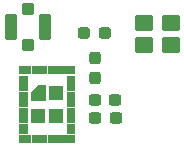
<source format=gbr>
%TF.GenerationSoftware,KiCad,Pcbnew,9.0.2*%
%TF.CreationDate,2025-06-09T01:03:38+02:00*%
%TF.ProjectId,WiFi_1YN,57694669-5f31-4594-9e2e-6b696361645f,rev?*%
%TF.SameCoordinates,Original*%
%TF.FileFunction,Soldermask,Top*%
%TF.FilePolarity,Negative*%
%FSLAX46Y46*%
G04 Gerber Fmt 4.6, Leading zero omitted, Abs format (unit mm)*
G04 Created by KiCad (PCBNEW 9.0.2) date 2025-06-09 01:03:38*
%MOMM*%
%LPD*%
G01*
G04 APERTURE LIST*
G04 Aperture macros list*
%AMRoundRect*
0 Rectangle with rounded corners*
0 $1 Rounding radius*
0 $2 $3 $4 $5 $6 $7 $8 $9 X,Y pos of 4 corners*
0 Add a 4 corners polygon primitive as box body*
4,1,4,$2,$3,$4,$5,$6,$7,$8,$9,$2,$3,0*
0 Add four circle primitives for the rounded corners*
1,1,$1+$1,$2,$3*
1,1,$1+$1,$4,$5*
1,1,$1+$1,$6,$7*
1,1,$1+$1,$8,$9*
0 Add four rect primitives between the rounded corners*
20,1,$1+$1,$2,$3,$4,$5,0*
20,1,$1+$1,$4,$5,$6,$7,0*
20,1,$1+$1,$6,$7,$8,$9,0*
20,1,$1+$1,$8,$9,$2,$3,0*%
G04 Aperture macros list end*
%ADD10C,0.010000*%
%ADD11RoundRect,0.105000X0.420000X0.995000X-0.420000X0.995000X-0.420000X-0.995000X0.420000X-0.995000X0*%
%ADD12RoundRect,0.100000X0.400000X0.400000X-0.400000X0.400000X-0.400000X-0.400000X0.400000X-0.400000X0*%
%ADD13RoundRect,0.102000X-0.500000X-0.500000X0.500000X-0.500000X0.500000X0.500000X-0.500000X0.500000X0*%
%ADD14RoundRect,0.237500X0.237500X-0.300000X0.237500X0.300000X-0.237500X0.300000X-0.237500X-0.300000X0*%
%ADD15RoundRect,0.237500X-0.300000X-0.237500X0.300000X-0.237500X0.300000X0.237500X-0.300000X0.237500X0*%
%ADD16RoundRect,0.237500X-0.287500X-0.237500X0.287500X-0.237500X0.287500X0.237500X-0.287500X0.237500X0*%
%ADD17RoundRect,0.102000X0.650000X0.550000X-0.650000X0.550000X-0.650000X-0.550000X0.650000X-0.550000X0*%
G04 APERTURE END LIST*
D10*
%TO.C,U1*%
X199400000Y-67900000D02*
X198925000Y-67900000D01*
X198925000Y-67300000D01*
X199400000Y-67300000D01*
X199400000Y-67900000D01*
G36*
X199400000Y-67900000D02*
G01*
X198925000Y-67900000D01*
X198925000Y-67300000D01*
X199400000Y-67300000D01*
X199400000Y-67900000D01*
G37*
X199525000Y-68450000D02*
X198925000Y-68450000D01*
X198925000Y-68100000D01*
X199525000Y-68100000D01*
X199525000Y-68450000D01*
G36*
X199525000Y-68450000D02*
G01*
X198925000Y-68450000D01*
X198925000Y-68100000D01*
X199525000Y-68100000D01*
X199525000Y-68450000D01*
G37*
X199525000Y-68900000D02*
X198925000Y-68900000D01*
X198925000Y-68550000D01*
X199525000Y-68550000D01*
X199525000Y-68900000D01*
G36*
X199525000Y-68900000D02*
G01*
X198925000Y-68900000D01*
X198925000Y-68550000D01*
X199525000Y-68550000D01*
X199525000Y-68900000D01*
G37*
X199525000Y-69350000D02*
X198925000Y-69350000D01*
X198925000Y-69000000D01*
X199525000Y-69000000D01*
X199525000Y-69350000D01*
G36*
X199525000Y-69350000D02*
G01*
X198925000Y-69350000D01*
X198925000Y-69000000D01*
X199525000Y-69000000D01*
X199525000Y-69350000D01*
G37*
X199525000Y-69800000D02*
X198925000Y-69800000D01*
X198925000Y-69450000D01*
X199525000Y-69450000D01*
X199525000Y-69800000D01*
G36*
X199525000Y-69800000D02*
G01*
X198925000Y-69800000D01*
X198925000Y-69450000D01*
X199525000Y-69450000D01*
X199525000Y-69800000D01*
G37*
X199525000Y-70250000D02*
X198925000Y-70250000D01*
X198925000Y-69900000D01*
X199525000Y-69900000D01*
X199525000Y-70250000D01*
G36*
X199525000Y-70250000D02*
G01*
X198925000Y-70250000D01*
X198925000Y-69900000D01*
X199525000Y-69900000D01*
X199525000Y-70250000D01*
G37*
X199525000Y-70700000D02*
X198925000Y-70700000D01*
X198925000Y-70350000D01*
X199525000Y-70350000D01*
X199525000Y-70700000D01*
G36*
X199525000Y-70700000D02*
G01*
X198925000Y-70700000D01*
X198925000Y-70350000D01*
X199525000Y-70350000D01*
X199525000Y-70700000D01*
G37*
X199525000Y-71150000D02*
X198925000Y-71150000D01*
X198925000Y-70800000D01*
X199525000Y-70800000D01*
X199525000Y-71150000D01*
G36*
X199525000Y-71150000D02*
G01*
X198925000Y-71150000D01*
X198925000Y-70800000D01*
X199525000Y-70800000D01*
X199525000Y-71150000D01*
G37*
X199525000Y-71600000D02*
X198925000Y-71600000D01*
X198925000Y-71250000D01*
X199525000Y-71250000D01*
X199525000Y-71600000D01*
G36*
X199525000Y-71600000D02*
G01*
X198925000Y-71600000D01*
X198925000Y-71250000D01*
X199525000Y-71250000D01*
X199525000Y-71600000D01*
G37*
X199525000Y-72050000D02*
X198925000Y-72050000D01*
X198925000Y-71700000D01*
X199525000Y-71700000D01*
X199525000Y-72050000D01*
G36*
X199525000Y-72050000D02*
G01*
X198925000Y-72050000D01*
X198925000Y-71700000D01*
X199525000Y-71700000D01*
X199525000Y-72050000D01*
G37*
X199525000Y-72500000D02*
X198925000Y-72500000D01*
X198925000Y-72150000D01*
X199525000Y-72150000D01*
X199525000Y-72500000D01*
G36*
X199525000Y-72500000D02*
G01*
X198925000Y-72500000D01*
X198925000Y-72150000D01*
X199525000Y-72150000D01*
X199525000Y-72500000D01*
G37*
X199525000Y-72950000D02*
X198925000Y-72950000D01*
X198925000Y-72600000D01*
X199525000Y-72600000D01*
X199525000Y-72950000D01*
G36*
X199525000Y-72950000D02*
G01*
X198925000Y-72950000D01*
X198925000Y-72600000D01*
X199525000Y-72600000D01*
X199525000Y-72950000D01*
G37*
X199400000Y-73750000D02*
X198925000Y-73750000D01*
X198925000Y-73150000D01*
X199400000Y-73150000D01*
X199400000Y-73750000D01*
G36*
X199400000Y-73750000D02*
G01*
X198925000Y-73750000D01*
X198925000Y-73150000D01*
X199400000Y-73150000D01*
X199400000Y-73750000D01*
G37*
X199850000Y-67900000D02*
X199500000Y-67900000D01*
X199500000Y-67300000D01*
X199850000Y-67300000D01*
X199850000Y-67900000D01*
G36*
X199850000Y-67900000D02*
G01*
X199500000Y-67900000D01*
X199500000Y-67300000D01*
X199850000Y-67300000D01*
X199850000Y-67900000D01*
G37*
X199850000Y-73750000D02*
X199500000Y-73750000D01*
X199500000Y-73150000D01*
X199850000Y-73150000D01*
X199850000Y-73750000D01*
G36*
X199850000Y-73750000D02*
G01*
X199500000Y-73750000D01*
X199500000Y-73150000D01*
X199850000Y-73150000D01*
X199850000Y-73750000D01*
G37*
X200300000Y-67900000D02*
X199950000Y-67900000D01*
X199950000Y-67300000D01*
X200300000Y-67300000D01*
X200300000Y-67900000D01*
G36*
X200300000Y-67900000D02*
G01*
X199950000Y-67900000D01*
X199950000Y-67300000D01*
X200300000Y-67300000D01*
X200300000Y-67900000D01*
G37*
X200300000Y-73750000D02*
X199950000Y-73750000D01*
X199950000Y-73150000D01*
X200300000Y-73150000D01*
X200300000Y-73750000D01*
G36*
X200300000Y-73750000D02*
G01*
X199950000Y-73750000D01*
X199950000Y-73150000D01*
X200300000Y-73150000D01*
X200300000Y-73750000D01*
G37*
X200750000Y-67900000D02*
X200400000Y-67900000D01*
X200400000Y-67300000D01*
X200750000Y-67300000D01*
X200750000Y-67900000D01*
G36*
X200750000Y-67900000D02*
G01*
X200400000Y-67900000D01*
X200400000Y-67300000D01*
X200750000Y-67300000D01*
X200750000Y-67900000D01*
G37*
X200750000Y-73750000D02*
X200400000Y-73750000D01*
X200400000Y-73150000D01*
X200750000Y-73150000D01*
X200750000Y-73750000D01*
G36*
X200750000Y-73750000D02*
G01*
X200400000Y-73750000D01*
X200400000Y-73150000D01*
X200750000Y-73150000D01*
X200750000Y-73750000D01*
G37*
X201200000Y-67900000D02*
X200850000Y-67900000D01*
X200850000Y-67300000D01*
X201200000Y-67300000D01*
X201200000Y-67900000D01*
G36*
X201200000Y-67900000D02*
G01*
X200850000Y-67900000D01*
X200850000Y-67300000D01*
X201200000Y-67300000D01*
X201200000Y-67900000D01*
G37*
X201200000Y-73750000D02*
X200850000Y-73750000D01*
X200850000Y-73150000D01*
X201200000Y-73150000D01*
X201200000Y-73750000D01*
G36*
X201200000Y-73750000D02*
G01*
X200850000Y-73750000D01*
X200850000Y-73150000D01*
X201200000Y-73150000D01*
X201200000Y-73750000D01*
G37*
X201650000Y-67900000D02*
X201300000Y-67900000D01*
X201300000Y-67300000D01*
X201650000Y-67300000D01*
X201650000Y-67900000D01*
G36*
X201650000Y-67900000D02*
G01*
X201300000Y-67900000D01*
X201300000Y-67300000D01*
X201650000Y-67300000D01*
X201650000Y-67900000D01*
G37*
X201650000Y-73750000D02*
X201300000Y-73750000D01*
X201300000Y-73150000D01*
X201650000Y-73150000D01*
X201650000Y-73750000D01*
G36*
X201650000Y-73750000D02*
G01*
X201300000Y-73750000D01*
X201300000Y-73150000D01*
X201650000Y-73150000D01*
X201650000Y-73750000D01*
G37*
X202100000Y-67900000D02*
X201750000Y-67900000D01*
X201750000Y-67300000D01*
X202100000Y-67300000D01*
X202100000Y-67900000D01*
G36*
X202100000Y-67900000D02*
G01*
X201750000Y-67900000D01*
X201750000Y-67300000D01*
X202100000Y-67300000D01*
X202100000Y-67900000D01*
G37*
X202100000Y-73750000D02*
X201750000Y-73750000D01*
X201750000Y-73150000D01*
X202100000Y-73150000D01*
X202100000Y-73750000D01*
G36*
X202100000Y-73750000D02*
G01*
X201750000Y-73750000D01*
X201750000Y-73150000D01*
X202100000Y-73150000D01*
X202100000Y-73750000D01*
G37*
X202550000Y-67900000D02*
X202200000Y-67900000D01*
X202200000Y-67300000D01*
X202550000Y-67300000D01*
X202550000Y-67900000D01*
G36*
X202550000Y-67900000D02*
G01*
X202200000Y-67900000D01*
X202200000Y-67300000D01*
X202550000Y-67300000D01*
X202550000Y-67900000D01*
G37*
X202550000Y-73750000D02*
X202200000Y-73750000D01*
X202200000Y-73150000D01*
X202550000Y-73150000D01*
X202550000Y-73750000D01*
G36*
X202550000Y-73750000D02*
G01*
X202200000Y-73750000D01*
X202200000Y-73150000D01*
X202550000Y-73150000D01*
X202550000Y-73750000D01*
G37*
X203000000Y-67900000D02*
X202650000Y-67900000D01*
X202650000Y-67300000D01*
X203000000Y-67300000D01*
X203000000Y-67900000D01*
G36*
X203000000Y-67900000D02*
G01*
X202650000Y-67900000D01*
X202650000Y-67300000D01*
X203000000Y-67300000D01*
X203000000Y-67900000D01*
G37*
X203000000Y-73750000D02*
X202650000Y-73750000D01*
X202650000Y-73150000D01*
X203000000Y-73150000D01*
X203000000Y-73750000D01*
G36*
X203000000Y-73750000D02*
G01*
X202650000Y-73750000D01*
X202650000Y-73150000D01*
X203000000Y-73150000D01*
X203000000Y-73750000D01*
G37*
X203575000Y-68450000D02*
X202975000Y-68450000D01*
X202975000Y-68100000D01*
X203575000Y-68100000D01*
X203575000Y-68450000D01*
G36*
X203575000Y-68450000D02*
G01*
X202975000Y-68450000D01*
X202975000Y-68100000D01*
X203575000Y-68100000D01*
X203575000Y-68450000D01*
G37*
X203575000Y-68900000D02*
X202975000Y-68900000D01*
X202975000Y-68550000D01*
X203575000Y-68550000D01*
X203575000Y-68900000D01*
G36*
X203575000Y-68900000D02*
G01*
X202975000Y-68900000D01*
X202975000Y-68550000D01*
X203575000Y-68550000D01*
X203575000Y-68900000D01*
G37*
X203575000Y-69350000D02*
X202975000Y-69350000D01*
X202975000Y-69000000D01*
X203575000Y-69000000D01*
X203575000Y-69350000D01*
G36*
X203575000Y-69350000D02*
G01*
X202975000Y-69350000D01*
X202975000Y-69000000D01*
X203575000Y-69000000D01*
X203575000Y-69350000D01*
G37*
X203575000Y-69800000D02*
X202975000Y-69800000D01*
X202975000Y-69450000D01*
X203575000Y-69450000D01*
X203575000Y-69800000D01*
G36*
X203575000Y-69800000D02*
G01*
X202975000Y-69800000D01*
X202975000Y-69450000D01*
X203575000Y-69450000D01*
X203575000Y-69800000D01*
G37*
X203575000Y-70250000D02*
X202975000Y-70250000D01*
X202975000Y-69900000D01*
X203575000Y-69900000D01*
X203575000Y-70250000D01*
G36*
X203575000Y-70250000D02*
G01*
X202975000Y-70250000D01*
X202975000Y-69900000D01*
X203575000Y-69900000D01*
X203575000Y-70250000D01*
G37*
X203575000Y-70700000D02*
X202975000Y-70700000D01*
X202975000Y-70350000D01*
X203575000Y-70350000D01*
X203575000Y-70700000D01*
G36*
X203575000Y-70700000D02*
G01*
X202975000Y-70700000D01*
X202975000Y-70350000D01*
X203575000Y-70350000D01*
X203575000Y-70700000D01*
G37*
X203575000Y-71150000D02*
X202975000Y-71150000D01*
X202975000Y-70800000D01*
X203575000Y-70800000D01*
X203575000Y-71150000D01*
G36*
X203575000Y-71150000D02*
G01*
X202975000Y-71150000D01*
X202975000Y-70800000D01*
X203575000Y-70800000D01*
X203575000Y-71150000D01*
G37*
X203575000Y-71600000D02*
X202975000Y-71600000D01*
X202975000Y-71250000D01*
X203575000Y-71250000D01*
X203575000Y-71600000D01*
G36*
X203575000Y-71600000D02*
G01*
X202975000Y-71600000D01*
X202975000Y-71250000D01*
X203575000Y-71250000D01*
X203575000Y-71600000D01*
G37*
X203575000Y-72050000D02*
X202975000Y-72050000D01*
X202975000Y-71700000D01*
X203575000Y-71700000D01*
X203575000Y-72050000D01*
G36*
X203575000Y-72050000D02*
G01*
X202975000Y-72050000D01*
X202975000Y-71700000D01*
X203575000Y-71700000D01*
X203575000Y-72050000D01*
G37*
X203575000Y-72500000D02*
X202975000Y-72500000D01*
X202975000Y-72150000D01*
X203575000Y-72150000D01*
X203575000Y-72500000D01*
G36*
X203575000Y-72500000D02*
G01*
X202975000Y-72500000D01*
X202975000Y-72150000D01*
X203575000Y-72150000D01*
X203575000Y-72500000D01*
G37*
X203575000Y-72950000D02*
X202975000Y-72950000D01*
X202975000Y-72600000D01*
X203575000Y-72600000D01*
X203575000Y-72950000D01*
G36*
X203575000Y-72950000D02*
G01*
X202975000Y-72950000D01*
X202975000Y-72600000D01*
X203575000Y-72600000D01*
X203575000Y-72950000D01*
G37*
X203575000Y-67900000D02*
X203100000Y-67900000D01*
X203100000Y-67300000D01*
X203575000Y-67300000D01*
X203575000Y-67900000D01*
G36*
X203575000Y-67900000D02*
G01*
X203100000Y-67900000D01*
X203100000Y-67300000D01*
X203575000Y-67300000D01*
X203575000Y-67900000D01*
G37*
X203575000Y-73750000D02*
X203100000Y-73750000D01*
X203100000Y-73150000D01*
X203575000Y-73150000D01*
X203575000Y-73750000D01*
G36*
X203575000Y-73750000D02*
G01*
X203100000Y-73750000D01*
X203100000Y-73150000D01*
X203575000Y-73150000D01*
X203575000Y-73750000D01*
G37*
X201100000Y-70125000D02*
X199900000Y-70125000D01*
X199900000Y-69483600D01*
X200458600Y-68925000D01*
X201100000Y-68925000D01*
X201100000Y-70125000D01*
G36*
X201100000Y-70125000D02*
G01*
X199900000Y-70125000D01*
X199900000Y-69483600D01*
X200458600Y-68925000D01*
X201100000Y-68925000D01*
X201100000Y-70125000D01*
G37*
%TD*%
D11*
%TO.C,J1*%
X201125000Y-63975000D03*
D12*
X199650000Y-62475000D03*
D11*
X198175000Y-63975000D03*
D12*
X199650000Y-65475000D03*
%TD*%
D13*
%TO.C,U1*%
X200500000Y-71525000D03*
X202000000Y-69525000D03*
X202000000Y-71525000D03*
%TD*%
D14*
%TO.C,C3*%
X205300000Y-66575000D03*
X205300000Y-68300000D03*
%TD*%
D15*
%TO.C,C1*%
X207087500Y-71650000D03*
X205362500Y-71650000D03*
%TD*%
%TO.C,C2*%
X207035147Y-70150000D03*
X205310147Y-70150000D03*
%TD*%
D16*
%TO.C,L1*%
X206146400Y-64465200D03*
X204396400Y-64465200D03*
%TD*%
D17*
%TO.C,Y1*%
X211750000Y-63620000D03*
X209450000Y-63620000D03*
X209450000Y-65520000D03*
X211750000Y-65520000D03*
%TD*%
M02*

</source>
